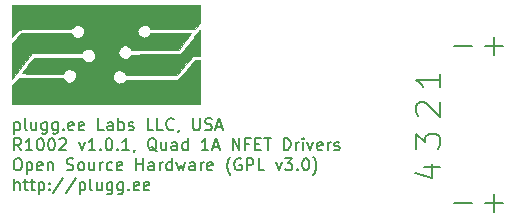
<source format=gbr>
G04 #@! TF.FileFunction,Legend,Top*
%FSLAX46Y46*%
G04 Gerber Fmt 4.6, Leading zero omitted, Abs format (unit mm)*
G04 Created by KiCad (PCBNEW 4.0.6-e0-6349~53~ubuntu14.04.1) date Mon Mar 27 23:52:56 2017*
%MOMM*%
%LPD*%
G01*
G04 APERTURE LIST*
%ADD10C,0.100000*%
%ADD11C,0.200000*%
%ADD12C,0.010000*%
G04 APERTURE END LIST*
D10*
D11*
X161671429Y-85519048D02*
X163004762Y-85519048D01*
X160909524Y-85995238D02*
X162338095Y-86471429D01*
X162338095Y-85233333D01*
X161004762Y-83966667D02*
X161004762Y-82728571D01*
X161766667Y-83395238D01*
X161766667Y-83109524D01*
X161861905Y-82919048D01*
X161957143Y-82823810D01*
X162147619Y-82728571D01*
X162623810Y-82728571D01*
X162814286Y-82823810D01*
X162909524Y-82919048D01*
X163004762Y-83109524D01*
X163004762Y-83680952D01*
X162909524Y-83871429D01*
X162814286Y-83966667D01*
X161195238Y-81171429D02*
X161100000Y-81076191D01*
X161004762Y-80885714D01*
X161004762Y-80409524D01*
X161100000Y-80219048D01*
X161195238Y-80123810D01*
X161385714Y-80028571D01*
X161576190Y-80028571D01*
X161861905Y-80123810D01*
X163004762Y-81266667D01*
X163004762Y-80028571D01*
X163004762Y-77628571D02*
X163004762Y-78771429D01*
X163004762Y-78200000D02*
X161004762Y-78200000D01*
X161290476Y-78390476D01*
X161480952Y-78580952D01*
X161576190Y-78771429D01*
X165761905Y-75242857D02*
X164238095Y-75242857D01*
X165761905Y-88542857D02*
X164238095Y-88542857D01*
X168361905Y-88542857D02*
X166838095Y-88542857D01*
X167600000Y-89304762D02*
X167600000Y-87780952D01*
X168361905Y-75242857D02*
X166838095Y-75242857D01*
X167600000Y-76004762D02*
X167600000Y-74480952D01*
X126988095Y-81735714D02*
X126988095Y-82735714D01*
X126988095Y-81783333D02*
X127083333Y-81735714D01*
X127273810Y-81735714D01*
X127369048Y-81783333D01*
X127416667Y-81830952D01*
X127464286Y-81926190D01*
X127464286Y-82211905D01*
X127416667Y-82307143D01*
X127369048Y-82354762D01*
X127273810Y-82402381D01*
X127083333Y-82402381D01*
X126988095Y-82354762D01*
X128035714Y-82402381D02*
X127940476Y-82354762D01*
X127892857Y-82259524D01*
X127892857Y-81402381D01*
X128845239Y-81735714D02*
X128845239Y-82402381D01*
X128416667Y-81735714D02*
X128416667Y-82259524D01*
X128464286Y-82354762D01*
X128559524Y-82402381D01*
X128702382Y-82402381D01*
X128797620Y-82354762D01*
X128845239Y-82307143D01*
X129750001Y-81735714D02*
X129750001Y-82545238D01*
X129702382Y-82640476D01*
X129654763Y-82688095D01*
X129559524Y-82735714D01*
X129416667Y-82735714D01*
X129321429Y-82688095D01*
X129750001Y-82354762D02*
X129654763Y-82402381D01*
X129464286Y-82402381D01*
X129369048Y-82354762D01*
X129321429Y-82307143D01*
X129273810Y-82211905D01*
X129273810Y-81926190D01*
X129321429Y-81830952D01*
X129369048Y-81783333D01*
X129464286Y-81735714D01*
X129654763Y-81735714D01*
X129750001Y-81783333D01*
X130654763Y-81735714D02*
X130654763Y-82545238D01*
X130607144Y-82640476D01*
X130559525Y-82688095D01*
X130464286Y-82735714D01*
X130321429Y-82735714D01*
X130226191Y-82688095D01*
X130654763Y-82354762D02*
X130559525Y-82402381D01*
X130369048Y-82402381D01*
X130273810Y-82354762D01*
X130226191Y-82307143D01*
X130178572Y-82211905D01*
X130178572Y-81926190D01*
X130226191Y-81830952D01*
X130273810Y-81783333D01*
X130369048Y-81735714D01*
X130559525Y-81735714D01*
X130654763Y-81783333D01*
X131130953Y-82307143D02*
X131178572Y-82354762D01*
X131130953Y-82402381D01*
X131083334Y-82354762D01*
X131130953Y-82307143D01*
X131130953Y-82402381D01*
X131988096Y-82354762D02*
X131892858Y-82402381D01*
X131702381Y-82402381D01*
X131607143Y-82354762D01*
X131559524Y-82259524D01*
X131559524Y-81878571D01*
X131607143Y-81783333D01*
X131702381Y-81735714D01*
X131892858Y-81735714D01*
X131988096Y-81783333D01*
X132035715Y-81878571D01*
X132035715Y-81973810D01*
X131559524Y-82069048D01*
X132845239Y-82354762D02*
X132750001Y-82402381D01*
X132559524Y-82402381D01*
X132464286Y-82354762D01*
X132416667Y-82259524D01*
X132416667Y-81878571D01*
X132464286Y-81783333D01*
X132559524Y-81735714D01*
X132750001Y-81735714D01*
X132845239Y-81783333D01*
X132892858Y-81878571D01*
X132892858Y-81973810D01*
X132416667Y-82069048D01*
X134559525Y-82402381D02*
X134083334Y-82402381D01*
X134083334Y-81402381D01*
X135321430Y-82402381D02*
X135321430Y-81878571D01*
X135273811Y-81783333D01*
X135178573Y-81735714D01*
X134988096Y-81735714D01*
X134892858Y-81783333D01*
X135321430Y-82354762D02*
X135226192Y-82402381D01*
X134988096Y-82402381D01*
X134892858Y-82354762D01*
X134845239Y-82259524D01*
X134845239Y-82164286D01*
X134892858Y-82069048D01*
X134988096Y-82021429D01*
X135226192Y-82021429D01*
X135321430Y-81973810D01*
X135797620Y-82402381D02*
X135797620Y-81402381D01*
X135797620Y-81783333D02*
X135892858Y-81735714D01*
X136083335Y-81735714D01*
X136178573Y-81783333D01*
X136226192Y-81830952D01*
X136273811Y-81926190D01*
X136273811Y-82211905D01*
X136226192Y-82307143D01*
X136178573Y-82354762D01*
X136083335Y-82402381D01*
X135892858Y-82402381D01*
X135797620Y-82354762D01*
X136654763Y-82354762D02*
X136750001Y-82402381D01*
X136940477Y-82402381D01*
X137035716Y-82354762D01*
X137083335Y-82259524D01*
X137083335Y-82211905D01*
X137035716Y-82116667D01*
X136940477Y-82069048D01*
X136797620Y-82069048D01*
X136702382Y-82021429D01*
X136654763Y-81926190D01*
X136654763Y-81878571D01*
X136702382Y-81783333D01*
X136797620Y-81735714D01*
X136940477Y-81735714D01*
X137035716Y-81783333D01*
X138750002Y-82402381D02*
X138273811Y-82402381D01*
X138273811Y-81402381D01*
X139559526Y-82402381D02*
X139083335Y-82402381D01*
X139083335Y-81402381D01*
X140464288Y-82307143D02*
X140416669Y-82354762D01*
X140273812Y-82402381D01*
X140178574Y-82402381D01*
X140035716Y-82354762D01*
X139940478Y-82259524D01*
X139892859Y-82164286D01*
X139845240Y-81973810D01*
X139845240Y-81830952D01*
X139892859Y-81640476D01*
X139940478Y-81545238D01*
X140035716Y-81450000D01*
X140178574Y-81402381D01*
X140273812Y-81402381D01*
X140416669Y-81450000D01*
X140464288Y-81497619D01*
X140940478Y-82354762D02*
X140940478Y-82402381D01*
X140892859Y-82497619D01*
X140845240Y-82545238D01*
X142130954Y-81402381D02*
X142130954Y-82211905D01*
X142178573Y-82307143D01*
X142226192Y-82354762D01*
X142321430Y-82402381D01*
X142511907Y-82402381D01*
X142607145Y-82354762D01*
X142654764Y-82307143D01*
X142702383Y-82211905D01*
X142702383Y-81402381D01*
X143130954Y-82354762D02*
X143273811Y-82402381D01*
X143511907Y-82402381D01*
X143607145Y-82354762D01*
X143654764Y-82307143D01*
X143702383Y-82211905D01*
X143702383Y-82116667D01*
X143654764Y-82021429D01*
X143607145Y-81973810D01*
X143511907Y-81926190D01*
X143321430Y-81878571D01*
X143226192Y-81830952D01*
X143178573Y-81783333D01*
X143130954Y-81688095D01*
X143130954Y-81592857D01*
X143178573Y-81497619D01*
X143226192Y-81450000D01*
X143321430Y-81402381D01*
X143559526Y-81402381D01*
X143702383Y-81450000D01*
X144083335Y-82116667D02*
X144559526Y-82116667D01*
X143988097Y-82402381D02*
X144321430Y-81402381D01*
X144654764Y-82402381D01*
X127559524Y-84102381D02*
X127226190Y-83626190D01*
X126988095Y-84102381D02*
X126988095Y-83102381D01*
X127369048Y-83102381D01*
X127464286Y-83150000D01*
X127511905Y-83197619D01*
X127559524Y-83292857D01*
X127559524Y-83435714D01*
X127511905Y-83530952D01*
X127464286Y-83578571D01*
X127369048Y-83626190D01*
X126988095Y-83626190D01*
X128511905Y-84102381D02*
X127940476Y-84102381D01*
X128226190Y-84102381D02*
X128226190Y-83102381D01*
X128130952Y-83245238D01*
X128035714Y-83340476D01*
X127940476Y-83388095D01*
X129130952Y-83102381D02*
X129226191Y-83102381D01*
X129321429Y-83150000D01*
X129369048Y-83197619D01*
X129416667Y-83292857D01*
X129464286Y-83483333D01*
X129464286Y-83721429D01*
X129416667Y-83911905D01*
X129369048Y-84007143D01*
X129321429Y-84054762D01*
X129226191Y-84102381D01*
X129130952Y-84102381D01*
X129035714Y-84054762D01*
X128988095Y-84007143D01*
X128940476Y-83911905D01*
X128892857Y-83721429D01*
X128892857Y-83483333D01*
X128940476Y-83292857D01*
X128988095Y-83197619D01*
X129035714Y-83150000D01*
X129130952Y-83102381D01*
X130083333Y-83102381D02*
X130178572Y-83102381D01*
X130273810Y-83150000D01*
X130321429Y-83197619D01*
X130369048Y-83292857D01*
X130416667Y-83483333D01*
X130416667Y-83721429D01*
X130369048Y-83911905D01*
X130321429Y-84007143D01*
X130273810Y-84054762D01*
X130178572Y-84102381D01*
X130083333Y-84102381D01*
X129988095Y-84054762D01*
X129940476Y-84007143D01*
X129892857Y-83911905D01*
X129845238Y-83721429D01*
X129845238Y-83483333D01*
X129892857Y-83292857D01*
X129940476Y-83197619D01*
X129988095Y-83150000D01*
X130083333Y-83102381D01*
X130797619Y-83197619D02*
X130845238Y-83150000D01*
X130940476Y-83102381D01*
X131178572Y-83102381D01*
X131273810Y-83150000D01*
X131321429Y-83197619D01*
X131369048Y-83292857D01*
X131369048Y-83388095D01*
X131321429Y-83530952D01*
X130750000Y-84102381D01*
X131369048Y-84102381D01*
X132464286Y-83435714D02*
X132702381Y-84102381D01*
X132940477Y-83435714D01*
X133845239Y-84102381D02*
X133273810Y-84102381D01*
X133559524Y-84102381D02*
X133559524Y-83102381D01*
X133464286Y-83245238D01*
X133369048Y-83340476D01*
X133273810Y-83388095D01*
X134273810Y-84007143D02*
X134321429Y-84054762D01*
X134273810Y-84102381D01*
X134226191Y-84054762D01*
X134273810Y-84007143D01*
X134273810Y-84102381D01*
X134940476Y-83102381D02*
X135035715Y-83102381D01*
X135130953Y-83150000D01*
X135178572Y-83197619D01*
X135226191Y-83292857D01*
X135273810Y-83483333D01*
X135273810Y-83721429D01*
X135226191Y-83911905D01*
X135178572Y-84007143D01*
X135130953Y-84054762D01*
X135035715Y-84102381D01*
X134940476Y-84102381D01*
X134845238Y-84054762D01*
X134797619Y-84007143D01*
X134750000Y-83911905D01*
X134702381Y-83721429D01*
X134702381Y-83483333D01*
X134750000Y-83292857D01*
X134797619Y-83197619D01*
X134845238Y-83150000D01*
X134940476Y-83102381D01*
X135702381Y-84007143D02*
X135750000Y-84054762D01*
X135702381Y-84102381D01*
X135654762Y-84054762D01*
X135702381Y-84007143D01*
X135702381Y-84102381D01*
X136702381Y-84102381D02*
X136130952Y-84102381D01*
X136416666Y-84102381D02*
X136416666Y-83102381D01*
X136321428Y-83245238D01*
X136226190Y-83340476D01*
X136130952Y-83388095D01*
X137178571Y-84054762D02*
X137178571Y-84102381D01*
X137130952Y-84197619D01*
X137083333Y-84245238D01*
X139035714Y-84197619D02*
X138940476Y-84150000D01*
X138845238Y-84054762D01*
X138702381Y-83911905D01*
X138607142Y-83864286D01*
X138511904Y-83864286D01*
X138559523Y-84102381D02*
X138464285Y-84054762D01*
X138369047Y-83959524D01*
X138321428Y-83769048D01*
X138321428Y-83435714D01*
X138369047Y-83245238D01*
X138464285Y-83150000D01*
X138559523Y-83102381D01*
X138750000Y-83102381D01*
X138845238Y-83150000D01*
X138940476Y-83245238D01*
X138988095Y-83435714D01*
X138988095Y-83769048D01*
X138940476Y-83959524D01*
X138845238Y-84054762D01*
X138750000Y-84102381D01*
X138559523Y-84102381D01*
X139845238Y-83435714D02*
X139845238Y-84102381D01*
X139416666Y-83435714D02*
X139416666Y-83959524D01*
X139464285Y-84054762D01*
X139559523Y-84102381D01*
X139702381Y-84102381D01*
X139797619Y-84054762D01*
X139845238Y-84007143D01*
X140750000Y-84102381D02*
X140750000Y-83578571D01*
X140702381Y-83483333D01*
X140607143Y-83435714D01*
X140416666Y-83435714D01*
X140321428Y-83483333D01*
X140750000Y-84054762D02*
X140654762Y-84102381D01*
X140416666Y-84102381D01*
X140321428Y-84054762D01*
X140273809Y-83959524D01*
X140273809Y-83864286D01*
X140321428Y-83769048D01*
X140416666Y-83721429D01*
X140654762Y-83721429D01*
X140750000Y-83673810D01*
X141654762Y-84102381D02*
X141654762Y-83102381D01*
X141654762Y-84054762D02*
X141559524Y-84102381D01*
X141369047Y-84102381D01*
X141273809Y-84054762D01*
X141226190Y-84007143D01*
X141178571Y-83911905D01*
X141178571Y-83626190D01*
X141226190Y-83530952D01*
X141273809Y-83483333D01*
X141369047Y-83435714D01*
X141559524Y-83435714D01*
X141654762Y-83483333D01*
X143416667Y-84102381D02*
X142845238Y-84102381D01*
X143130952Y-84102381D02*
X143130952Y-83102381D01*
X143035714Y-83245238D01*
X142940476Y-83340476D01*
X142845238Y-83388095D01*
X143797619Y-83816667D02*
X144273810Y-83816667D01*
X143702381Y-84102381D02*
X144035714Y-83102381D01*
X144369048Y-84102381D01*
X145464286Y-84102381D02*
X145464286Y-83102381D01*
X146035715Y-84102381D01*
X146035715Y-83102381D01*
X146845239Y-83578571D02*
X146511905Y-83578571D01*
X146511905Y-84102381D02*
X146511905Y-83102381D01*
X146988096Y-83102381D01*
X147369048Y-83578571D02*
X147702382Y-83578571D01*
X147845239Y-84102381D02*
X147369048Y-84102381D01*
X147369048Y-83102381D01*
X147845239Y-83102381D01*
X148130953Y-83102381D02*
X148702382Y-83102381D01*
X148416667Y-84102381D02*
X148416667Y-83102381D01*
X149797620Y-84102381D02*
X149797620Y-83102381D01*
X150035715Y-83102381D01*
X150178573Y-83150000D01*
X150273811Y-83245238D01*
X150321430Y-83340476D01*
X150369049Y-83530952D01*
X150369049Y-83673810D01*
X150321430Y-83864286D01*
X150273811Y-83959524D01*
X150178573Y-84054762D01*
X150035715Y-84102381D01*
X149797620Y-84102381D01*
X150797620Y-84102381D02*
X150797620Y-83435714D01*
X150797620Y-83626190D02*
X150845239Y-83530952D01*
X150892858Y-83483333D01*
X150988096Y-83435714D01*
X151083335Y-83435714D01*
X151416668Y-84102381D02*
X151416668Y-83435714D01*
X151416668Y-83102381D02*
X151369049Y-83150000D01*
X151416668Y-83197619D01*
X151464287Y-83150000D01*
X151416668Y-83102381D01*
X151416668Y-83197619D01*
X151797620Y-83435714D02*
X152035715Y-84102381D01*
X152273811Y-83435714D01*
X153035716Y-84054762D02*
X152940478Y-84102381D01*
X152750001Y-84102381D01*
X152654763Y-84054762D01*
X152607144Y-83959524D01*
X152607144Y-83578571D01*
X152654763Y-83483333D01*
X152750001Y-83435714D01*
X152940478Y-83435714D01*
X153035716Y-83483333D01*
X153083335Y-83578571D01*
X153083335Y-83673810D01*
X152607144Y-83769048D01*
X153511906Y-84102381D02*
X153511906Y-83435714D01*
X153511906Y-83626190D02*
X153559525Y-83530952D01*
X153607144Y-83483333D01*
X153702382Y-83435714D01*
X153797621Y-83435714D01*
X154083335Y-84054762D02*
X154178573Y-84102381D01*
X154369049Y-84102381D01*
X154464288Y-84054762D01*
X154511907Y-83959524D01*
X154511907Y-83911905D01*
X154464288Y-83816667D01*
X154369049Y-83769048D01*
X154226192Y-83769048D01*
X154130954Y-83721429D01*
X154083335Y-83626190D01*
X154083335Y-83578571D01*
X154130954Y-83483333D01*
X154226192Y-83435714D01*
X154369049Y-83435714D01*
X154464288Y-83483333D01*
X127178571Y-84802381D02*
X127369048Y-84802381D01*
X127464286Y-84850000D01*
X127559524Y-84945238D01*
X127607143Y-85135714D01*
X127607143Y-85469048D01*
X127559524Y-85659524D01*
X127464286Y-85754762D01*
X127369048Y-85802381D01*
X127178571Y-85802381D01*
X127083333Y-85754762D01*
X126988095Y-85659524D01*
X126940476Y-85469048D01*
X126940476Y-85135714D01*
X126988095Y-84945238D01*
X127083333Y-84850000D01*
X127178571Y-84802381D01*
X128035714Y-85135714D02*
X128035714Y-86135714D01*
X128035714Y-85183333D02*
X128130952Y-85135714D01*
X128321429Y-85135714D01*
X128416667Y-85183333D01*
X128464286Y-85230952D01*
X128511905Y-85326190D01*
X128511905Y-85611905D01*
X128464286Y-85707143D01*
X128416667Y-85754762D01*
X128321429Y-85802381D01*
X128130952Y-85802381D01*
X128035714Y-85754762D01*
X129321429Y-85754762D02*
X129226191Y-85802381D01*
X129035714Y-85802381D01*
X128940476Y-85754762D01*
X128892857Y-85659524D01*
X128892857Y-85278571D01*
X128940476Y-85183333D01*
X129035714Y-85135714D01*
X129226191Y-85135714D01*
X129321429Y-85183333D01*
X129369048Y-85278571D01*
X129369048Y-85373810D01*
X128892857Y-85469048D01*
X129797619Y-85135714D02*
X129797619Y-85802381D01*
X129797619Y-85230952D02*
X129845238Y-85183333D01*
X129940476Y-85135714D01*
X130083334Y-85135714D01*
X130178572Y-85183333D01*
X130226191Y-85278571D01*
X130226191Y-85802381D01*
X131416667Y-85754762D02*
X131559524Y-85802381D01*
X131797620Y-85802381D01*
X131892858Y-85754762D01*
X131940477Y-85707143D01*
X131988096Y-85611905D01*
X131988096Y-85516667D01*
X131940477Y-85421429D01*
X131892858Y-85373810D01*
X131797620Y-85326190D01*
X131607143Y-85278571D01*
X131511905Y-85230952D01*
X131464286Y-85183333D01*
X131416667Y-85088095D01*
X131416667Y-84992857D01*
X131464286Y-84897619D01*
X131511905Y-84850000D01*
X131607143Y-84802381D01*
X131845239Y-84802381D01*
X131988096Y-84850000D01*
X132559524Y-85802381D02*
X132464286Y-85754762D01*
X132416667Y-85707143D01*
X132369048Y-85611905D01*
X132369048Y-85326190D01*
X132416667Y-85230952D01*
X132464286Y-85183333D01*
X132559524Y-85135714D01*
X132702382Y-85135714D01*
X132797620Y-85183333D01*
X132845239Y-85230952D01*
X132892858Y-85326190D01*
X132892858Y-85611905D01*
X132845239Y-85707143D01*
X132797620Y-85754762D01*
X132702382Y-85802381D01*
X132559524Y-85802381D01*
X133750001Y-85135714D02*
X133750001Y-85802381D01*
X133321429Y-85135714D02*
X133321429Y-85659524D01*
X133369048Y-85754762D01*
X133464286Y-85802381D01*
X133607144Y-85802381D01*
X133702382Y-85754762D01*
X133750001Y-85707143D01*
X134226191Y-85802381D02*
X134226191Y-85135714D01*
X134226191Y-85326190D02*
X134273810Y-85230952D01*
X134321429Y-85183333D01*
X134416667Y-85135714D01*
X134511906Y-85135714D01*
X135273811Y-85754762D02*
X135178573Y-85802381D01*
X134988096Y-85802381D01*
X134892858Y-85754762D01*
X134845239Y-85707143D01*
X134797620Y-85611905D01*
X134797620Y-85326190D01*
X134845239Y-85230952D01*
X134892858Y-85183333D01*
X134988096Y-85135714D01*
X135178573Y-85135714D01*
X135273811Y-85183333D01*
X136083335Y-85754762D02*
X135988097Y-85802381D01*
X135797620Y-85802381D01*
X135702382Y-85754762D01*
X135654763Y-85659524D01*
X135654763Y-85278571D01*
X135702382Y-85183333D01*
X135797620Y-85135714D01*
X135988097Y-85135714D01*
X136083335Y-85183333D01*
X136130954Y-85278571D01*
X136130954Y-85373810D01*
X135654763Y-85469048D01*
X137321430Y-85802381D02*
X137321430Y-84802381D01*
X137321430Y-85278571D02*
X137892859Y-85278571D01*
X137892859Y-85802381D02*
X137892859Y-84802381D01*
X138797621Y-85802381D02*
X138797621Y-85278571D01*
X138750002Y-85183333D01*
X138654764Y-85135714D01*
X138464287Y-85135714D01*
X138369049Y-85183333D01*
X138797621Y-85754762D02*
X138702383Y-85802381D01*
X138464287Y-85802381D01*
X138369049Y-85754762D01*
X138321430Y-85659524D01*
X138321430Y-85564286D01*
X138369049Y-85469048D01*
X138464287Y-85421429D01*
X138702383Y-85421429D01*
X138797621Y-85373810D01*
X139273811Y-85802381D02*
X139273811Y-85135714D01*
X139273811Y-85326190D02*
X139321430Y-85230952D01*
X139369049Y-85183333D01*
X139464287Y-85135714D01*
X139559526Y-85135714D01*
X140321431Y-85802381D02*
X140321431Y-84802381D01*
X140321431Y-85754762D02*
X140226193Y-85802381D01*
X140035716Y-85802381D01*
X139940478Y-85754762D01*
X139892859Y-85707143D01*
X139845240Y-85611905D01*
X139845240Y-85326190D01*
X139892859Y-85230952D01*
X139940478Y-85183333D01*
X140035716Y-85135714D01*
X140226193Y-85135714D01*
X140321431Y-85183333D01*
X140702383Y-85135714D02*
X140892859Y-85802381D01*
X141083336Y-85326190D01*
X141273812Y-85802381D01*
X141464288Y-85135714D01*
X142273812Y-85802381D02*
X142273812Y-85278571D01*
X142226193Y-85183333D01*
X142130955Y-85135714D01*
X141940478Y-85135714D01*
X141845240Y-85183333D01*
X142273812Y-85754762D02*
X142178574Y-85802381D01*
X141940478Y-85802381D01*
X141845240Y-85754762D01*
X141797621Y-85659524D01*
X141797621Y-85564286D01*
X141845240Y-85469048D01*
X141940478Y-85421429D01*
X142178574Y-85421429D01*
X142273812Y-85373810D01*
X142750002Y-85802381D02*
X142750002Y-85135714D01*
X142750002Y-85326190D02*
X142797621Y-85230952D01*
X142845240Y-85183333D01*
X142940478Y-85135714D01*
X143035717Y-85135714D01*
X143750003Y-85754762D02*
X143654765Y-85802381D01*
X143464288Y-85802381D01*
X143369050Y-85754762D01*
X143321431Y-85659524D01*
X143321431Y-85278571D01*
X143369050Y-85183333D01*
X143464288Y-85135714D01*
X143654765Y-85135714D01*
X143750003Y-85183333D01*
X143797622Y-85278571D01*
X143797622Y-85373810D01*
X143321431Y-85469048D01*
X145273813Y-86183333D02*
X145226193Y-86135714D01*
X145130955Y-85992857D01*
X145083336Y-85897619D01*
X145035717Y-85754762D01*
X144988098Y-85516667D01*
X144988098Y-85326190D01*
X145035717Y-85088095D01*
X145083336Y-84945238D01*
X145130955Y-84850000D01*
X145226193Y-84707143D01*
X145273813Y-84659524D01*
X146178575Y-84850000D02*
X146083337Y-84802381D01*
X145940480Y-84802381D01*
X145797622Y-84850000D01*
X145702384Y-84945238D01*
X145654765Y-85040476D01*
X145607146Y-85230952D01*
X145607146Y-85373810D01*
X145654765Y-85564286D01*
X145702384Y-85659524D01*
X145797622Y-85754762D01*
X145940480Y-85802381D01*
X146035718Y-85802381D01*
X146178575Y-85754762D01*
X146226194Y-85707143D01*
X146226194Y-85373810D01*
X146035718Y-85373810D01*
X146654765Y-85802381D02*
X146654765Y-84802381D01*
X147035718Y-84802381D01*
X147130956Y-84850000D01*
X147178575Y-84897619D01*
X147226194Y-84992857D01*
X147226194Y-85135714D01*
X147178575Y-85230952D01*
X147130956Y-85278571D01*
X147035718Y-85326190D01*
X146654765Y-85326190D01*
X148130956Y-85802381D02*
X147654765Y-85802381D01*
X147654765Y-84802381D01*
X149130956Y-85135714D02*
X149369051Y-85802381D01*
X149607147Y-85135714D01*
X149892861Y-84802381D02*
X150511909Y-84802381D01*
X150178575Y-85183333D01*
X150321433Y-85183333D01*
X150416671Y-85230952D01*
X150464290Y-85278571D01*
X150511909Y-85373810D01*
X150511909Y-85611905D01*
X150464290Y-85707143D01*
X150416671Y-85754762D01*
X150321433Y-85802381D01*
X150035718Y-85802381D01*
X149940480Y-85754762D01*
X149892861Y-85707143D01*
X150940480Y-85707143D02*
X150988099Y-85754762D01*
X150940480Y-85802381D01*
X150892861Y-85754762D01*
X150940480Y-85707143D01*
X150940480Y-85802381D01*
X151607146Y-84802381D02*
X151702385Y-84802381D01*
X151797623Y-84850000D01*
X151845242Y-84897619D01*
X151892861Y-84992857D01*
X151940480Y-85183333D01*
X151940480Y-85421429D01*
X151892861Y-85611905D01*
X151845242Y-85707143D01*
X151797623Y-85754762D01*
X151702385Y-85802381D01*
X151607146Y-85802381D01*
X151511908Y-85754762D01*
X151464289Y-85707143D01*
X151416670Y-85611905D01*
X151369051Y-85421429D01*
X151369051Y-85183333D01*
X151416670Y-84992857D01*
X151464289Y-84897619D01*
X151511908Y-84850000D01*
X151607146Y-84802381D01*
X152273813Y-86183333D02*
X152321432Y-86135714D01*
X152416670Y-85992857D01*
X152464289Y-85897619D01*
X152511908Y-85754762D01*
X152559527Y-85516667D01*
X152559527Y-85326190D01*
X152511908Y-85088095D01*
X152464289Y-84945238D01*
X152416670Y-84850000D01*
X152321432Y-84707143D01*
X152273813Y-84659524D01*
X126988095Y-87502381D02*
X126988095Y-86502381D01*
X127416667Y-87502381D02*
X127416667Y-86978571D01*
X127369048Y-86883333D01*
X127273810Y-86835714D01*
X127130952Y-86835714D01*
X127035714Y-86883333D01*
X126988095Y-86930952D01*
X127750000Y-86835714D02*
X128130952Y-86835714D01*
X127892857Y-86502381D02*
X127892857Y-87359524D01*
X127940476Y-87454762D01*
X128035714Y-87502381D01*
X128130952Y-87502381D01*
X128321429Y-86835714D02*
X128702381Y-86835714D01*
X128464286Y-86502381D02*
X128464286Y-87359524D01*
X128511905Y-87454762D01*
X128607143Y-87502381D01*
X128702381Y-87502381D01*
X129035715Y-86835714D02*
X129035715Y-87835714D01*
X129035715Y-86883333D02*
X129130953Y-86835714D01*
X129321430Y-86835714D01*
X129416668Y-86883333D01*
X129464287Y-86930952D01*
X129511906Y-87026190D01*
X129511906Y-87311905D01*
X129464287Y-87407143D01*
X129416668Y-87454762D01*
X129321430Y-87502381D01*
X129130953Y-87502381D01*
X129035715Y-87454762D01*
X129940477Y-87407143D02*
X129988096Y-87454762D01*
X129940477Y-87502381D01*
X129892858Y-87454762D01*
X129940477Y-87407143D01*
X129940477Y-87502381D01*
X129940477Y-86883333D02*
X129988096Y-86930952D01*
X129940477Y-86978571D01*
X129892858Y-86930952D01*
X129940477Y-86883333D01*
X129940477Y-86978571D01*
X131130953Y-86454762D02*
X130273810Y-87740476D01*
X132178572Y-86454762D02*
X131321429Y-87740476D01*
X132511905Y-86835714D02*
X132511905Y-87835714D01*
X132511905Y-86883333D02*
X132607143Y-86835714D01*
X132797620Y-86835714D01*
X132892858Y-86883333D01*
X132940477Y-86930952D01*
X132988096Y-87026190D01*
X132988096Y-87311905D01*
X132940477Y-87407143D01*
X132892858Y-87454762D01*
X132797620Y-87502381D01*
X132607143Y-87502381D01*
X132511905Y-87454762D01*
X133559524Y-87502381D02*
X133464286Y-87454762D01*
X133416667Y-87359524D01*
X133416667Y-86502381D01*
X134369049Y-86835714D02*
X134369049Y-87502381D01*
X133940477Y-86835714D02*
X133940477Y-87359524D01*
X133988096Y-87454762D01*
X134083334Y-87502381D01*
X134226192Y-87502381D01*
X134321430Y-87454762D01*
X134369049Y-87407143D01*
X135273811Y-86835714D02*
X135273811Y-87645238D01*
X135226192Y-87740476D01*
X135178573Y-87788095D01*
X135083334Y-87835714D01*
X134940477Y-87835714D01*
X134845239Y-87788095D01*
X135273811Y-87454762D02*
X135178573Y-87502381D01*
X134988096Y-87502381D01*
X134892858Y-87454762D01*
X134845239Y-87407143D01*
X134797620Y-87311905D01*
X134797620Y-87026190D01*
X134845239Y-86930952D01*
X134892858Y-86883333D01*
X134988096Y-86835714D01*
X135178573Y-86835714D01*
X135273811Y-86883333D01*
X136178573Y-86835714D02*
X136178573Y-87645238D01*
X136130954Y-87740476D01*
X136083335Y-87788095D01*
X135988096Y-87835714D01*
X135845239Y-87835714D01*
X135750001Y-87788095D01*
X136178573Y-87454762D02*
X136083335Y-87502381D01*
X135892858Y-87502381D01*
X135797620Y-87454762D01*
X135750001Y-87407143D01*
X135702382Y-87311905D01*
X135702382Y-87026190D01*
X135750001Y-86930952D01*
X135797620Y-86883333D01*
X135892858Y-86835714D01*
X136083335Y-86835714D01*
X136178573Y-86883333D01*
X136654763Y-87407143D02*
X136702382Y-87454762D01*
X136654763Y-87502381D01*
X136607144Y-87454762D01*
X136654763Y-87407143D01*
X136654763Y-87502381D01*
X137511906Y-87454762D02*
X137416668Y-87502381D01*
X137226191Y-87502381D01*
X137130953Y-87454762D01*
X137083334Y-87359524D01*
X137083334Y-86978571D01*
X137130953Y-86883333D01*
X137226191Y-86835714D01*
X137416668Y-86835714D01*
X137511906Y-86883333D01*
X137559525Y-86978571D01*
X137559525Y-87073810D01*
X137083334Y-87169048D01*
X138369049Y-87454762D02*
X138273811Y-87502381D01*
X138083334Y-87502381D01*
X137988096Y-87454762D01*
X137940477Y-87359524D01*
X137940477Y-86978571D01*
X137988096Y-86883333D01*
X138083334Y-86835714D01*
X138273811Y-86835714D01*
X138369049Y-86883333D01*
X138416668Y-86978571D01*
X138416668Y-87073810D01*
X137940477Y-87169048D01*
D12*
G36*
X126812500Y-78672447D02*
X127358154Y-78000251D01*
X129225316Y-78000250D01*
X131092478Y-78000250D01*
X131156922Y-78109474D01*
X131225030Y-78195927D01*
X131317813Y-78280637D01*
X131350009Y-78303830D01*
X131433485Y-78352706D01*
X131509427Y-78375634D01*
X131605958Y-78378874D01*
X131670128Y-78375112D01*
X131858349Y-78333311D01*
X132013166Y-78241349D01*
X132127432Y-78105440D01*
X132193997Y-77931796D01*
X132196886Y-77917327D01*
X132203812Y-77737138D01*
X132159712Y-77579105D01*
X132074185Y-77447100D01*
X131956833Y-77344997D01*
X131817255Y-77276667D01*
X131665054Y-77245984D01*
X131509829Y-77256820D01*
X131361180Y-77313047D01*
X131228709Y-77418539D01*
X131164869Y-77501041D01*
X131088112Y-77619251D01*
X129361182Y-77619251D01*
X128973526Y-77618983D01*
X128645233Y-77618114D01*
X128372165Y-77616550D01*
X128150187Y-77614192D01*
X127975163Y-77610945D01*
X127842958Y-77606712D01*
X127749434Y-77601397D01*
X127690457Y-77594903D01*
X127661890Y-77587134D01*
X127658362Y-77579563D01*
X127684229Y-77544591D01*
X127744131Y-77467368D01*
X127832344Y-77355153D01*
X127943143Y-77215207D01*
X128070806Y-77054789D01*
X128171550Y-76928688D01*
X128660628Y-76317501D01*
X130697252Y-76317701D01*
X132733875Y-76317902D01*
X132787581Y-76412289D01*
X132888321Y-76529425D01*
X133027441Y-76611213D01*
X133187161Y-76651940D01*
X133349702Y-76645894D01*
X133434714Y-76620207D01*
X133607453Y-76516676D01*
X133733403Y-76370744D01*
X133785195Y-76264947D01*
X133820659Y-76094751D01*
X133802296Y-75930993D01*
X133738380Y-75782253D01*
X133637186Y-75657110D01*
X133506989Y-75564144D01*
X133356062Y-75511933D01*
X133192682Y-75509058D01*
X133083774Y-75537690D01*
X132997494Y-75583727D01*
X132902559Y-75653803D01*
X132814218Y-75733934D01*
X132747720Y-75810138D01*
X132718316Y-75868431D01*
X132718000Y-75873092D01*
X132686386Y-75880164D01*
X132592075Y-75886369D01*
X132435865Y-75891695D01*
X132218552Y-75896129D01*
X131940935Y-75899660D01*
X131603810Y-75902275D01*
X131207975Y-75903963D01*
X130754228Y-75904711D01*
X130612825Y-75904750D01*
X128507649Y-75904751D01*
X127660075Y-77003648D01*
X126812500Y-78102545D01*
X126812500Y-75022624D01*
X127169688Y-74591259D01*
X127526875Y-74159895D01*
X129659601Y-74159198D01*
X131792326Y-74158500D01*
X131827272Y-74264388D01*
X131904262Y-74407494D01*
X132020144Y-74511875D01*
X132162884Y-74576737D01*
X132320448Y-74601285D01*
X132480803Y-74584726D01*
X132631914Y-74526265D01*
X132761747Y-74425109D01*
X132832220Y-74330709D01*
X132899746Y-74160196D01*
X132910084Y-73989812D01*
X132868724Y-73829869D01*
X132781155Y-73690684D01*
X132652868Y-73582571D01*
X132489351Y-73515843D01*
X132390516Y-73500801D01*
X132209079Y-73517643D01*
X132048994Y-73592714D01*
X131917408Y-73722355D01*
X131895119Y-73754541D01*
X131818362Y-73872750D01*
X129587106Y-73872750D01*
X129156370Y-73872811D01*
X128784689Y-73873069D01*
X128467619Y-73873639D01*
X128200714Y-73874634D01*
X127979532Y-73876169D01*
X127799626Y-73878358D01*
X127656552Y-73881315D01*
X127545866Y-73885155D01*
X127463123Y-73889991D01*
X127403878Y-73895938D01*
X127363687Y-73903109D01*
X127338105Y-73911620D01*
X127322687Y-73921584D01*
X127314363Y-73931127D01*
X127276080Y-73978175D01*
X127205603Y-74058935D01*
X127114118Y-74160742D01*
X127042688Y-74238702D01*
X126812500Y-74487902D01*
X126812500Y-71840750D01*
X142687500Y-71840750D01*
X142687500Y-73311804D01*
X142259706Y-73872750D01*
X140381240Y-73872750D01*
X138502773Y-73872751D01*
X138438329Y-73763527D01*
X138321643Y-73622150D01*
X138173244Y-73527787D01*
X138005893Y-73484036D01*
X137832352Y-73494494D01*
X137685025Y-73551183D01*
X137535920Y-73664482D01*
X137442871Y-73806877D01*
X137403784Y-73981958D01*
X137402212Y-74035615D01*
X137408491Y-74152840D01*
X137431995Y-74236471D01*
X137482280Y-74315953D01*
X137500828Y-74339458D01*
X137631344Y-74471885D01*
X137769707Y-74548707D01*
X137930728Y-74577438D01*
X137971213Y-74578046D01*
X138152840Y-74551701D01*
X138305673Y-74480580D01*
X138419787Y-74371355D01*
X138484757Y-74232717D01*
X138503384Y-74158500D01*
X140230317Y-74158500D01*
X140554828Y-74158850D01*
X140859463Y-74159856D01*
X141138460Y-74161453D01*
X141386056Y-74163574D01*
X141596485Y-74166155D01*
X141763986Y-74169131D01*
X141882794Y-74172435D01*
X141947146Y-74176001D01*
X141957251Y-74178124D01*
X141939178Y-74207873D01*
X141888199Y-74281872D01*
X141809177Y-74393323D01*
X141706972Y-74535425D01*
X141586444Y-74701381D01*
X141452454Y-74884391D01*
X141446495Y-74892499D01*
X140935739Y-75587250D01*
X136875889Y-75587250D01*
X136840247Y-75509025D01*
X136777738Y-75426346D01*
X136674235Y-75342388D01*
X136550249Y-75271664D01*
X136453337Y-75235250D01*
X136295731Y-75222016D01*
X136143042Y-75262533D01*
X136005042Y-75347237D01*
X135891503Y-75466565D01*
X135812197Y-75610952D01*
X135776896Y-75770835D01*
X135784201Y-75890105D01*
X135844207Y-76056773D01*
X135949417Y-76195820D01*
X136087729Y-76299435D01*
X136247039Y-76359809D01*
X136415245Y-76369130D01*
X136499840Y-76351926D01*
X136609360Y-76303082D01*
X136718986Y-76228669D01*
X136809232Y-76144309D01*
X136860612Y-76065628D01*
X136861996Y-76061545D01*
X136867415Y-76049345D01*
X136878380Y-76038873D01*
X136899438Y-76029997D01*
X136935134Y-76022586D01*
X136990013Y-76016507D01*
X137068623Y-76011630D01*
X137175507Y-76007820D01*
X137315212Y-76004948D01*
X137492284Y-76002881D01*
X137711268Y-76001487D01*
X137976711Y-76000633D01*
X138293157Y-76000189D01*
X138665152Y-76000023D01*
X138982906Y-76000000D01*
X141084282Y-76000000D01*
X141846204Y-74994259D01*
X142014754Y-74771798D01*
X142172305Y-74563908D01*
X142314506Y-74376324D01*
X142437006Y-74214784D01*
X142535453Y-74085025D01*
X142605499Y-73992783D01*
X142642791Y-73943797D01*
X142646803Y-73938571D01*
X142657366Y-73936946D01*
X142665970Y-73965271D01*
X142672793Y-74028396D01*
X142678017Y-74131168D01*
X142681821Y-74278440D01*
X142684385Y-74475059D01*
X142685889Y-74725875D01*
X142686491Y-75007813D01*
X142687500Y-76127000D01*
X142088640Y-76127000D01*
X141411758Y-76919663D01*
X140734875Y-77712326D01*
X138586949Y-77713413D01*
X136439023Y-77714501D01*
X136374579Y-77605277D01*
X136261671Y-77469556D01*
X136113986Y-77373267D01*
X135948946Y-77326564D01*
X135891587Y-77323789D01*
X135719591Y-77351361D01*
X135569933Y-77431996D01*
X135439389Y-77562438D01*
X135354399Y-77712563D01*
X135324047Y-77873662D01*
X135343346Y-78034858D01*
X135407311Y-78185273D01*
X135510959Y-78314027D01*
X135649304Y-78410244D01*
X135817361Y-78463044D01*
X135854094Y-78467437D01*
X136015806Y-78454635D01*
X136171591Y-78395068D01*
X136300438Y-78298656D01*
X136353375Y-78231661D01*
X136416875Y-78129697D01*
X138643755Y-78128474D01*
X140870634Y-78127250D01*
X141561924Y-77317625D01*
X142253215Y-76508000D01*
X142687500Y-76508000D01*
X142687500Y-80159250D01*
X126812500Y-80159250D01*
X126812500Y-78672447D01*
X126812500Y-78672447D01*
G37*
X126812500Y-78672447D02*
X127358154Y-78000251D01*
X129225316Y-78000250D01*
X131092478Y-78000250D01*
X131156922Y-78109474D01*
X131225030Y-78195927D01*
X131317813Y-78280637D01*
X131350009Y-78303830D01*
X131433485Y-78352706D01*
X131509427Y-78375634D01*
X131605958Y-78378874D01*
X131670128Y-78375112D01*
X131858349Y-78333311D01*
X132013166Y-78241349D01*
X132127432Y-78105440D01*
X132193997Y-77931796D01*
X132196886Y-77917327D01*
X132203812Y-77737138D01*
X132159712Y-77579105D01*
X132074185Y-77447100D01*
X131956833Y-77344997D01*
X131817255Y-77276667D01*
X131665054Y-77245984D01*
X131509829Y-77256820D01*
X131361180Y-77313047D01*
X131228709Y-77418539D01*
X131164869Y-77501041D01*
X131088112Y-77619251D01*
X129361182Y-77619251D01*
X128973526Y-77618983D01*
X128645233Y-77618114D01*
X128372165Y-77616550D01*
X128150187Y-77614192D01*
X127975163Y-77610945D01*
X127842958Y-77606712D01*
X127749434Y-77601397D01*
X127690457Y-77594903D01*
X127661890Y-77587134D01*
X127658362Y-77579563D01*
X127684229Y-77544591D01*
X127744131Y-77467368D01*
X127832344Y-77355153D01*
X127943143Y-77215207D01*
X128070806Y-77054789D01*
X128171550Y-76928688D01*
X128660628Y-76317501D01*
X130697252Y-76317701D01*
X132733875Y-76317902D01*
X132787581Y-76412289D01*
X132888321Y-76529425D01*
X133027441Y-76611213D01*
X133187161Y-76651940D01*
X133349702Y-76645894D01*
X133434714Y-76620207D01*
X133607453Y-76516676D01*
X133733403Y-76370744D01*
X133785195Y-76264947D01*
X133820659Y-76094751D01*
X133802296Y-75930993D01*
X133738380Y-75782253D01*
X133637186Y-75657110D01*
X133506989Y-75564144D01*
X133356062Y-75511933D01*
X133192682Y-75509058D01*
X133083774Y-75537690D01*
X132997494Y-75583727D01*
X132902559Y-75653803D01*
X132814218Y-75733934D01*
X132747720Y-75810138D01*
X132718316Y-75868431D01*
X132718000Y-75873092D01*
X132686386Y-75880164D01*
X132592075Y-75886369D01*
X132435865Y-75891695D01*
X132218552Y-75896129D01*
X131940935Y-75899660D01*
X131603810Y-75902275D01*
X131207975Y-75903963D01*
X130754228Y-75904711D01*
X130612825Y-75904750D01*
X128507649Y-75904751D01*
X127660075Y-77003648D01*
X126812500Y-78102545D01*
X126812500Y-75022624D01*
X127169688Y-74591259D01*
X127526875Y-74159895D01*
X129659601Y-74159198D01*
X131792326Y-74158500D01*
X131827272Y-74264388D01*
X131904262Y-74407494D01*
X132020144Y-74511875D01*
X132162884Y-74576737D01*
X132320448Y-74601285D01*
X132480803Y-74584726D01*
X132631914Y-74526265D01*
X132761747Y-74425109D01*
X132832220Y-74330709D01*
X132899746Y-74160196D01*
X132910084Y-73989812D01*
X132868724Y-73829869D01*
X132781155Y-73690684D01*
X132652868Y-73582571D01*
X132489351Y-73515843D01*
X132390516Y-73500801D01*
X132209079Y-73517643D01*
X132048994Y-73592714D01*
X131917408Y-73722355D01*
X131895119Y-73754541D01*
X131818362Y-73872750D01*
X129587106Y-73872750D01*
X129156370Y-73872811D01*
X128784689Y-73873069D01*
X128467619Y-73873639D01*
X128200714Y-73874634D01*
X127979532Y-73876169D01*
X127799626Y-73878358D01*
X127656552Y-73881315D01*
X127545866Y-73885155D01*
X127463123Y-73889991D01*
X127403878Y-73895938D01*
X127363687Y-73903109D01*
X127338105Y-73911620D01*
X127322687Y-73921584D01*
X127314363Y-73931127D01*
X127276080Y-73978175D01*
X127205603Y-74058935D01*
X127114118Y-74160742D01*
X127042688Y-74238702D01*
X126812500Y-74487902D01*
X126812500Y-71840750D01*
X142687500Y-71840750D01*
X142687500Y-73311804D01*
X142259706Y-73872750D01*
X140381240Y-73872750D01*
X138502773Y-73872751D01*
X138438329Y-73763527D01*
X138321643Y-73622150D01*
X138173244Y-73527787D01*
X138005893Y-73484036D01*
X137832352Y-73494494D01*
X137685025Y-73551183D01*
X137535920Y-73664482D01*
X137442871Y-73806877D01*
X137403784Y-73981958D01*
X137402212Y-74035615D01*
X137408491Y-74152840D01*
X137431995Y-74236471D01*
X137482280Y-74315953D01*
X137500828Y-74339458D01*
X137631344Y-74471885D01*
X137769707Y-74548707D01*
X137930728Y-74577438D01*
X137971213Y-74578046D01*
X138152840Y-74551701D01*
X138305673Y-74480580D01*
X138419787Y-74371355D01*
X138484757Y-74232717D01*
X138503384Y-74158500D01*
X140230317Y-74158500D01*
X140554828Y-74158850D01*
X140859463Y-74159856D01*
X141138460Y-74161453D01*
X141386056Y-74163574D01*
X141596485Y-74166155D01*
X141763986Y-74169131D01*
X141882794Y-74172435D01*
X141947146Y-74176001D01*
X141957251Y-74178124D01*
X141939178Y-74207873D01*
X141888199Y-74281872D01*
X141809177Y-74393323D01*
X141706972Y-74535425D01*
X141586444Y-74701381D01*
X141452454Y-74884391D01*
X141446495Y-74892499D01*
X140935739Y-75587250D01*
X136875889Y-75587250D01*
X136840247Y-75509025D01*
X136777738Y-75426346D01*
X136674235Y-75342388D01*
X136550249Y-75271664D01*
X136453337Y-75235250D01*
X136295731Y-75222016D01*
X136143042Y-75262533D01*
X136005042Y-75347237D01*
X135891503Y-75466565D01*
X135812197Y-75610952D01*
X135776896Y-75770835D01*
X135784201Y-75890105D01*
X135844207Y-76056773D01*
X135949417Y-76195820D01*
X136087729Y-76299435D01*
X136247039Y-76359809D01*
X136415245Y-76369130D01*
X136499840Y-76351926D01*
X136609360Y-76303082D01*
X136718986Y-76228669D01*
X136809232Y-76144309D01*
X136860612Y-76065628D01*
X136861996Y-76061545D01*
X136867415Y-76049345D01*
X136878380Y-76038873D01*
X136899438Y-76029997D01*
X136935134Y-76022586D01*
X136990013Y-76016507D01*
X137068623Y-76011630D01*
X137175507Y-76007820D01*
X137315212Y-76004948D01*
X137492284Y-76002881D01*
X137711268Y-76001487D01*
X137976711Y-76000633D01*
X138293157Y-76000189D01*
X138665152Y-76000023D01*
X138982906Y-76000000D01*
X141084282Y-76000000D01*
X141846204Y-74994259D01*
X142014754Y-74771798D01*
X142172305Y-74563908D01*
X142314506Y-74376324D01*
X142437006Y-74214784D01*
X142535453Y-74085025D01*
X142605499Y-73992783D01*
X142642791Y-73943797D01*
X142646803Y-73938571D01*
X142657366Y-73936946D01*
X142665970Y-73965271D01*
X142672793Y-74028396D01*
X142678017Y-74131168D01*
X142681821Y-74278440D01*
X142684385Y-74475059D01*
X142685889Y-74725875D01*
X142686491Y-75007813D01*
X142687500Y-76127000D01*
X142088640Y-76127000D01*
X141411758Y-76919663D01*
X140734875Y-77712326D01*
X138586949Y-77713413D01*
X136439023Y-77714501D01*
X136374579Y-77605277D01*
X136261671Y-77469556D01*
X136113986Y-77373267D01*
X135948946Y-77326564D01*
X135891587Y-77323789D01*
X135719591Y-77351361D01*
X135569933Y-77431996D01*
X135439389Y-77562438D01*
X135354399Y-77712563D01*
X135324047Y-77873662D01*
X135343346Y-78034858D01*
X135407311Y-78185273D01*
X135510959Y-78314027D01*
X135649304Y-78410244D01*
X135817361Y-78463044D01*
X135854094Y-78467437D01*
X136015806Y-78454635D01*
X136171591Y-78395068D01*
X136300438Y-78298656D01*
X136353375Y-78231661D01*
X136416875Y-78129697D01*
X138643755Y-78128474D01*
X140870634Y-78127250D01*
X141561924Y-77317625D01*
X142253215Y-76508000D01*
X142687500Y-76508000D01*
X142687500Y-80159250D01*
X126812500Y-80159250D01*
X126812500Y-78672447D01*
M02*

</source>
